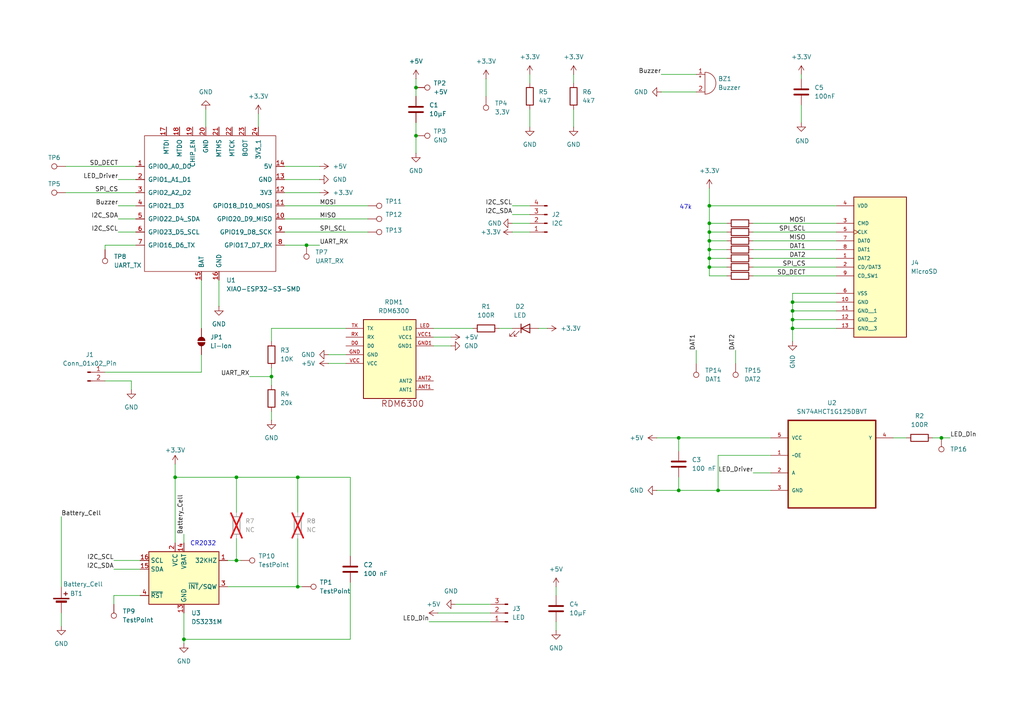
<source format=kicad_sch>
(kicad_sch (version 20250114) (generator "eeschema") (generator_version "9.0")
  (paper "A4")
  (lib_symbols
    (symbol "Connector:Conn_01x02_Pin" (pin_names (offset 1.016) (hide yes))
      (property "Reference" "J" (at 0 2.54 0))
      (property "Value" "Conn_01x02_Pin" (at 0 -5.08 0))
      (symbol "Conn_01x02_Pin_1_1"
        (rectangle (start 0.8636 0.127) (end 0 -0.127) (stroke (width 0.1524)) (fill (type outline)))
        (rectangle (start 0.8636 -2.413) (end 0 -2.667) (stroke (width 0.1524)) (fill (type outline)))
        (polyline (pts (xy 1.27 0) (xy 0.8636 0)) (stroke (width 0.1524)))
        (polyline (pts (xy 1.27 -2.54) (xy 0.8636 -2.54)) (stroke (width 0.1524)))
        (pin passive line (at 5.08 0 180) (length 3.81) (name "Pin_1") (number "1"))
        (pin passive line (at 5.08 -2.54 180) (length 3.81) (name "Pin_2") (number "2"))
      )
    )
    (symbol "Connector:Conn_01x03_Pin" (pin_names (offset 1.016) (hide yes))
      (property "Reference" "J" (at 0 5.08 0))
      (property "Value" "Conn_01x03_Pin" (at 0 -5.08 0))
      (symbol "Conn_01x03_Pin_1_1"
        (rectangle (start 0.8636 2.667) (end 0 2.413) (stroke (width 0.1524)) (fill (type outline)))
        (rectangle (start 0.8636 0.127) (end 0 -0.127) (stroke (width 0.1524)) (fill (type outline)))
        (rectangle (start 0.8636 -2.413) (end 0 -2.667) (stroke (width 0.1524)) (fill (type outline)))
        (polyline (pts (xy 1.27 2.54) (xy 0.8636 2.54)) (stroke (width 0.1524)))
        (polyline (pts (xy 1.27 0) (xy 0.8636 0)) (stroke (width 0.1524)))
        (polyline (pts (xy 1.27 -2.54) (xy 0.8636 -2.54)) (stroke (width 0.1524)))
        (pin passive line (at 5.08 2.54 180) (length 3.81) (name "Pin_1") (number "1"))
        (pin passive line (at 5.08 0 180) (length 3.81) (name "Pin_2") (number "2"))
        (pin passive line (at 5.08 -2.54 180) (length 3.81) (name "Pin_3") (number "3"))
      )
    )
    (symbol "Connector:Conn_01x04_Pin" (pin_names (offset 1.016) (hide yes))
      (property "Reference" "J" (at 0 5.08 0))
      (property "Value" "Conn_01x04_Pin" (at 0 -7.62 0))
      (symbol "Conn_01x04_Pin_1_1"
        (rectangle (start 0.8636 2.667) (end 0 2.413) (stroke (width 0.1524)) (fill (type outline)))
        (rectangle (start 0.8636 0.127) (end 0 -0.127) (stroke (width 0.1524)) (fill (type outline)))
        (rectangle (start 0.8636 -2.413) (end 0 -2.667) (stroke (width 0.1524)) (fill (type outline)))
        (rectangle (start 0.8636 -4.953) (end 0 -5.207) (stroke (width 0.1524)) (fill (type outline)))
        (polyline (pts (xy 1.27 2.54) (xy 0.8636 2.54)) (stroke (width 0.1524)))
        (polyline (pts (xy 1.27 0) (xy 0.8636 0)) (stroke (width 0.1524)))
        (polyline (pts (xy 1.27 -2.54) (xy 0.8636 -2.54)) (stroke (width 0.1524)))
        (polyline (pts (xy 1.27 -5.08) (xy 0.8636 -5.08)) (stroke (width 0.1524)))
        (pin passive line (at 5.08 2.54 180) (length 3.81) (name "Pin_1") (number "1"))
        (pin passive line (at 5.08 0 180) (length 3.81) (name "Pin_2") (number "2"))
        (pin passive line (at 5.08 -2.54 180) (length 3.81) (name "Pin_3") (number "3"))
        (pin passive line (at 5.08 -5.08 180) (length 3.81) (name "Pin_4") (number "4"))
      )
    )
    (symbol "Connector:TestPoint" (pin_numbers (hide yes)) (pin_names (offset 0.762) (hide yes))
      (property "Reference" "TP" (at 0 6.858 0))
      (property "Value" "TestPoint" (at 0 5.08 0))
      (symbol "TestPoint_0_1"
        (circle (center 0 3.302) (radius 0.762))
      )
      (symbol "TestPoint_1_1"
        (pin passive line (at 0 0 90) (length 2.54) (name "1") (number "1"))
      )
    )
    (symbol "Device:Battery_Cell" (pin_numbers (hide yes)) (pin_names (offset 0) (hide yes))
      (property "Reference" "BT" (at 2.54 2.54 0))
      (property "Value" "Battery_Cell" (at 2.54 0 0))
      (symbol "Battery_Cell_0_1"
        (rectangle (start -2.286 1.778) (end 2.286 1.524) (fill (type outline)))
        (rectangle (start -1.524 1.016) (end 1.524 0.508) (fill (type outline)))
        (polyline (pts (xy 0 1.778) (xy 0 2.54)))
        (polyline (pts (xy 0 0.762) (xy 0 0)))
        (polyline (pts (xy 0.762 3.048) (xy 1.778 3.048)) (stroke (width 0.254)))
        (polyline (pts (xy 1.27 3.556) (xy 1.27 2.54)) (stroke (width 0.254)))
      )
      (symbol "Battery_Cell_1_1"
        (pin passive line (at 0 5.08 270) (length 2.54) (name "+") (number "1"))
        (pin passive line (at 0 -2.54 90) (length 2.54) (name "-") (number "2"))
      )
    )
    (symbol "Device:Buzzer" (pin_names (offset 0.0254) (hide yes))
      (property "Reference" "BZ" (at 3.81 1.27 0))
      (property "Value" "Buzzer" (at 3.81 -1.27 0))
      (symbol "Buzzer_0_1"
        (polyline (pts (xy -1.651 1.905) (xy -1.143 1.905)))
        (polyline (pts (xy -1.397 2.159) (xy -1.397 1.651)))
        (arc (start 0 3.175) (mid 3.1612 0) (end 0 -3.175))
        (polyline (pts (xy 0 3.175) (xy 0 -3.175)))
      )
      (symbol "Buzzer_1_1"
        (pin passive line (at -2.54 2.54 0) (length 2.54) (name "+") (number "1"))
        (pin passive line (at -2.54 -2.54 0) (length 2.54) (name "-") (number "2"))
      )
    )
    (symbol "Device:C" (pin_numbers (hide yes)) (pin_names (offset 0.254))
      (property "Reference" "C" (at 0.635 2.54 0))
      (property "Value" "C" (at 0.635 -2.54 0))
      (symbol "C_0_1"
        (polyline (pts (xy -2.032 0.762) (xy 2.032 0.762)) (stroke (width 0.508)))
        (polyline (pts (xy -2.032 -0.762) (xy 2.032 -0.762)) (stroke (width 0.508)))
      )
      (symbol "C_1_1"
        (pin passive line (at 0 3.81 270) (length 2.794) (name "~") (number "1"))
        (pin passive line (at 0 -3.81 90) (length 2.794) (name "~") (number "2"))
      )
    )
    (symbol "Device:LED" (pin_numbers (hide yes)) (pin_names (offset 1.016) (hide yes))
      (property "Reference" "D" (at 0 2.54 0))
      (property "Value" "LED" (at 0 -2.54 0))
      (symbol "LED_0_1"
        (polyline (pts (xy -3.048 -0.762) (xy -4.572 -2.286) (xy -3.81 -2.286) (xy -4.572 -2.286) (xy -4.572 -1.524)))
        (polyline (pts (xy -1.778 -0.762) (xy -3.302 -2.286) (xy -2.54 -2.286) (xy -3.302 -2.286) (xy -3.302 -1.524)))
        (polyline (pts (xy -1.27 0) (xy 1.27 0)))
        (polyline (pts (xy -1.27 -1.27) (xy -1.27 1.27)) (stroke (width 0.254)))
        (polyline (pts (xy 1.27 -1.27) (xy 1.27 1.27) (xy -1.27 0) (xy 1.27 -1.27)) (stroke (width 0.254)))
      )
      (symbol "LED_1_1"
        (pin passive line (at -3.81 0 0) (length 2.54) (name "K") (number "1"))
        (pin passive line (at 3.81 0 180) (length 2.54) (name "A") (number "2"))
      )
    )
    (symbol "Device:R" (pin_numbers (hide yes)) (pin_names (offset 0))
      (property "Reference" "R" (at 2.032 0 90))
      (property "Value" "R" (at 0 0 90))
      (symbol "R_0_1"
        (rectangle (start -1.016 -2.54) (end 1.016 2.54) (stroke (width 0.254)))
      )
      (symbol "R_1_1"
        (pin passive line (at 0 3.81 270) (length 1.27) (name "~") (number "1"))
        (pin passive line (at 0 -3.81 90) (length 1.27) (name "~") (number "2"))
      )
    )
    (symbol "Jumper:SolderJumper_2_Open" (pin_numbers (hide yes)) (pin_names (offset 0) (hide yes)) (in_bom no)
      (property "Reference" "JP" (at 0 2.032 0))
      (property "Value" "SolderJumper_2_Open" (at 0 -2.54 0))
      (symbol "SolderJumper_2_Open_0_1"
        (polyline (pts (xy -0.254 1.016) (xy -0.254 -1.016)))
        (arc (start -0.254 -1.016) (mid -1.2656 0) (end -0.254 1.016))
        (arc (start -0.254 -1.016) (mid -1.2656 0) (end -0.254 1.016) (fill (type outline)))
        (arc (start 0.254 1.016) (mid 1.2656 0) (end 0.254 -1.016))
        (arc (start 0.254 1.016) (mid 1.2656 0) (end 0.254 -1.016) (fill (type outline)))
        (polyline (pts (xy 0.254 1.016) (xy 0.254 -1.016)))
      )
      (symbol "SolderJumper_2_Open_1_1"
        (pin passive line (at -3.81 0 0) (length 2.54) (name "A") (number "1"))
        (pin passive line (at 3.81 0 180) (length 2.54) (name "B") (number "2"))
      )
    )
    (symbol "RDM6300:RDM6300" (pin_names (offset 1.016))
      (property "Reference" "RDM6300" (at 0 0 0))
      (property "Value" "RDM6300" (at 0 0 0))
      (symbol "RDM6300_0_0"
        (rectangle (start -7.62 -10.16) (end 7.62 12.7) (stroke (width 0.254)) (fill (type background)))
        (text "RDM6300" (at -2.54 -12.7 0) (effects (font (size 1.778 1.778)) (justify left bottom)))
        (pin bidirectional line (at -12.7 10.16 0) (length 5.08) (name "TX") (number "TX"))
        (pin bidirectional line (at -12.7 7.62 0) (length 5.08) (name "RX") (number "RX"))
        (pin bidirectional line (at -12.7 5.08 0) (length 5.08) (name "D0") (number "D0"))
        (pin bidirectional line (at -12.7 2.54 0) (length 5.08) (name "GND") (number "GND"))
        (pin bidirectional line (at -12.7 0 0) (length 5.08) (name "VCC") (number "VCC"))
        (pin bidirectional line (at 12.7 10.16 180) (length 5.08) (name "LED") (number "LED"))
        (pin bidirectional line (at 12.7 7.62 180) (length 5.08) (name "VCC1") (number "VCC1"))
        (pin bidirectional line (at 12.7 5.08 180) (length 5.08) (name "GND1") (number "GND1"))
        (pin bidirectional line (at 12.7 -5.08 180) (length 5.08) (name "ANT2") (number "ANT2"))
        (pin bidirectional line (at 12.7 -7.62 180) (length 5.08) (name "ANT1") (number "ANT1"))
      )
    )
    (symbol "SN74AHCT1G125DBVT:SN74AHCT1G125DBVT" (pin_names (offset 1.016))
      (property "Reference" "U" (at -4.955 12.5527 0))
      (property "Value" "SN74AHCT1G125DBVT" (at -2.7954 -19.8475 0))
      (symbol "SN74AHCT1G125DBVT_0_0"
        (rectangle (start -12.7 -15.24) (end 12.7 10.16) (stroke (width 0.4064)) (fill (type background)))
        (pin power_in line (at -17.78 5.08 0) (length 5.08) (name "VCC") (number "5"))
        (pin input line (at -17.78 0 0) (length 5.08) (name "~OE") (number "1"))
        (pin input line (at -17.78 -5.08 0) (length 5.08) (name "A") (number "2"))
        (pin passive line (at -17.78 -10.16 0) (length 5.08) (name "GND") (number "3"))
        (pin output line (at 17.78 5.08 180) (length 5.08) (name "Y") (number "4"))
      )
    )
    (symbol "Seeed_Studio_XIAO_Series:XIAO-ESP32-C6-SMD" (pin_names (offset 1.016))
      (property "Reference" "U" (at -18.542 23.114 0))
      (property "Value" "XIAO-ESP32-S3-SMD" (at -8.382 21.336 0))
      (symbol "XIAO-ESP32-C6-SMD_0_1"
        (rectangle (start 19.05 -19.05) (end -19.05 20.32))
      )
      (symbol "XIAO-ESP32-C6-SMD_1_1"
        (pin passive line (at -21.59 11.43 0) (length 2.54) (name "GPIO0_A0_D0") (number "1"))
        (pin passive line (at -21.59 7.62 0) (length 2.54) (name "GPIO1_A1_D1") (number "2"))
        (pin passive line (at -21.59 3.81 0) (length 2.54) (name "GPIO2_A2_D2") (number "3"))
        (pin passive line (at -21.59 0 0) (length 2.54) (name "GPIO21_D3") (number "4"))
        (pin passive line (at -21.59 -3.81 0) (length 2.54) (name "GPIO22_D4_SDA") (number "5"))
        (pin passive line (at -21.59 -7.62 0) (length 2.54) (name "GPIO23_D5_SCL") (number "6"))
        (pin passive line (at -21.59 -11.43 0) (length 2.54) (name "GPIO16_D6_TX") (number "7"))
        (pin passive line (at -12.7 22.86 270) (length 2.54) (name "MTDI") (number "17"))
        (pin passive line (at -8.89 22.86 270) (length 2.54) (name "MTDO") (number "18"))
        (pin passive line (at -5.08 22.86 270) (length 2.54) (name "CHIP_EN") (number "19"))
        (pin passive line (at -2.54 -21.59 90) (length 2.54) (name "BAT") (number "15"))
        (pin passive line (at -1.27 22.86 270) (length 2.54) (name "GND") (number "20"))
        (pin passive line (at 2.54 22.86 270) (length 2.54) (name "MTMS") (number "21"))
        (pin passive line (at 2.54 -21.59 90) (length 2.54) (name "GND") (number "16"))
        (pin passive line (at 6.35 22.86 270) (length 2.54) (name "MTCK") (number "22"))
        (pin passive line (at 10.16 22.86 270) (length 2.54) (name "BOOT") (number "23"))
        (pin passive line (at 13.97 22.86 270) (length 2.54) (name "3V3_1") (number "24"))
        (pin passive line (at 21.59 11.43 180) (length 2.54) (name "5V") (number "14"))
        (pin passive line (at 21.59 7.62 180) (length 2.54) (name "GND") (number "13"))
        (pin passive line (at 21.59 3.81 180) (length 2.54) (name "3V3") (number "12"))
        (pin passive line (at 21.59 0 180) (length 2.54) (name "GPIO18_D10_MOSI") (number "11"))
        (pin passive line (at 21.59 -3.81 180) (length 2.54) (name "GPIO20_D9_MISO") (number "10"))
        (pin passive line (at 21.59 -7.62 180) (length 2.54) (name "GPIO19_D8_SCK") (number "9"))
        (pin passive line (at 21.59 -11.43 180) (length 2.54) (name "GPIO17_D7_RX") (number "8"))
      )
    )
    (symbol "Timer_RTC:DS3231M"
      (property "Reference" "U" (at -7.62 8.89 0))
      (property "Value" "DS3231M" (at 10.16 8.89 0))
      (symbol "DS3231M_0_1"
        (rectangle (start -10.16 7.62) (end 10.16 -7.62) (stroke (width 0.254)) (fill (type background)))
      )
      (symbol "DS3231M_1_1"
        (pin input line (at -12.7 5.08 0) (length 2.54) (name "SCL") (number "16"))
        (pin bidirectional line (at -12.7 2.54 0) (length 2.54) (name "SDA") (number "15"))
        (pin bidirectional line (at -12.7 -5.08 0) (length 2.54) (name "~{RST}") (number "4"))
        (pin power_in line (at -2.54 10.16 270) (length 2.54) (name "VCC") (number "2"))
        (pin power_in line (at 0 10.16 270) (length 2.54) (name "VBAT") (number "14"))
        (pin passive line (at 0 -10.16 90) (length 2.54) (hide yes) (name "GND") (number "10"))
        (pin passive line (at 0 -10.16 90) (length 2.54) (hide yes) (name "GND") (number "11"))
        (pin passive line (at 0 -10.16 90) (length 2.54) (hide yes) (name "GND") (number "12"))
        (pin power_in line (at 0 -10.16 90) (length 2.54) (name "GND") (number "13"))
        (pin passive line (at 0 -10.16 90) (length 2.54) (hide yes) (name "GND") (number "5"))
        (pin passive line (at 0 -10.16 90) (length 2.54) (hide yes) (name "GND") (number "6"))
        (pin passive line (at 0 -10.16 90) (length 2.54) (hide yes) (name "GND") (number "7"))
        (pin passive line (at 0 -10.16 90) (length 2.54) (hide yes) (name "GND") (number "8"))
        (pin passive line (at 0 -10.16 90) (length 2.54) (hide yes) (name "GND") (number "9"))
        (pin open_collector line (at 12.7 5.08 180) (length 2.54) (name "32KHZ") (number "1"))
        (pin open_collector line (at 12.7 -2.54 180) (length 2.54) (name "~{INT}/SQW") (number "3"))
      )
    )
    (symbol "microsd_card_wuert:693071020811" (pin_names (offset 1.016))
      (property "Reference" "J" (at -7.62 16.51 0))
      (property "Value" "693071020811" (at -7.62 -26.67 0))
      (symbol "693071020811_0_0"
        (rectangle (start -7.62 -25.4) (end 7.62 15.24) (stroke (width 0.254)) (fill (type background)))
        (pin power_in line (at -12.7 12.7 0) (length 5.08) (name "VDD") (number "4"))
        (pin bidirectional line (at -12.7 7.62 0) (length 5.08) (name "CMD") (number "3"))
        (pin bidirectional clock (at -12.7 5.08 0) (length 5.08) (name "CLK") (number "5"))
        (pin bidirectional line (at -12.7 2.54 0) (length 5.08) (name "DAT0") (number "7"))
        (pin bidirectional line (at -12.7 0 0) (length 5.08) (name "DAT1") (number "8"))
        (pin bidirectional line (at -12.7 -2.54 0) (length 5.08) (name "DAT2") (number "1"))
        (pin bidirectional line (at -12.7 -5.08 0) (length 5.08) (name "CD/DAT3") (number "2"))
        (pin bidirectional line (at -12.7 -7.62 0) (length 5.08) (name "CD_SW1") (number "9"))
        (pin power_in line (at -12.7 -12.7 0) (length 5.08) (name "VSS") (number "6"))
        (pin power_in line (at -12.7 -15.24 0) (length 5.08) (name "GND") (number "10"))
        (pin power_in line (at -12.7 -17.78 0) (length 5.08) (name "GND__1") (number "11"))
        (pin power_in line (at -12.7 -20.32 0) (length 5.08) (name "GND__2") (number "12"))
        (pin power_in line (at -12.7 -22.86 0) (length 5.08) (name "GND__3") (number "13"))
      )
    )
    (symbol "power:+3.3V" (power) (pin_numbers (hide yes)) (pin_names (offset 0) (hide yes))
      (property "Value" "+3.3V" (at 0 3.556 0))
      (symbol "+3.3V_0_1"
        (polyline (pts (xy -0.762 1.27) (xy 0 2.54)))
        (polyline (pts (xy 0 2.54) (xy 0.762 1.27)))
        (polyline (pts (xy 0 0) (xy 0 2.54)))
      )
      (symbol "+3.3V_1_1"
        (pin power_in line (at 0 0 90) (length 0) (name "~") (number "1"))
      )
    )
    (symbol "power:+5V" (power) (pin_numbers (hide yes)) (pin_names (offset 0) (hide yes))
      (property "Value" "+5V" (at 0 3.556 0))
      (symbol "+5V_0_1"
        (polyline (pts (xy -0.762 1.27) (xy 0 2.54)))
        (polyline (pts (xy 0 2.54) (xy 0.762 1.27)))
        (polyline (pts (xy 0 0) (xy 0 2.54)))
      )
      (symbol "+5V_1_1"
        (pin power_in line (at 0 0 90) (length 0) (name "~") (number "1"))
      )
    )
    (symbol "power:GND" (power) (pin_numbers (hide yes)) (pin_names (offset 0) (hide yes))
      (property "Value" "GND" (at 0 -3.81 0))
      (symbol "GND_0_1"
        (polyline (pts (xy 0 0) (xy 0 -1.27) (xy 1.27 -1.27) (xy 0 -2.54) (xy -1.27 -1.27) (xy 0 -1.27)))
      )
      (symbol "GND_1_1"
        (pin power_in line (at 0 0 270) (length 0) (name "~") (number "1"))
      )
    )
  )
  (text "CR2032" (at 58.928 157.734 0) (effects (font (size 1.27 1.27))))
  (text "47k" (at 198.882 60.198 0) (effects (font (size 1.27 1.27))))
  (junction (at 205.74 59.69))
  (junction (at 229.87 95.25))
  (junction (at 196.85 142.24))
  (junction (at 229.87 92.71))
  (junction (at 53.34 185.42))
  (junction (at 229.87 87.63))
  (junction (at 68.58 138.43))
  (junction (at 273.05 127))
  (junction (at 196.85 127))
  (junction (at 205.74 72.39))
  (junction (at 205.74 74.93))
  (junction (at 86.36 138.43))
  (junction (at 78.74 109.22))
  (junction (at 205.74 64.77))
  (junction (at 120.65 39.37))
  (junction (at 205.74 69.85))
  (junction (at 208.28 142.24))
  (junction (at 229.87 90.17))
  (junction (at 205.74 77.47))
  (junction (at 50.8 138.43))
  (junction (at 86.36 170.18))
  (junction (at 205.74 67.31))
  (junction (at 68.58 162.56))
  (junction (at 120.65 25.4))
  (junction (at 88.9 71.12))
  (wire (pts (xy 125.73 100.33) (xy 130.81 100.33)))
  (wire (pts (xy 213.36 101.6) (xy 213.36 105.41)))
  (wire (pts (xy 78.74 106.68) (xy 78.74 109.22)))
  (wire (pts (xy 82.55 55.88) (xy 92.71 55.88)))
  (wire (pts (xy 210.82 80.01) (xy 205.74 80.01)))
  (wire (pts (xy 196.85 127) (xy 223.52 127)))
  (wire (pts (xy 33.02 172.72) (xy 40.64 172.72)))
  (wire (pts (xy 205.74 74.93) (xy 210.82 74.93)))
  (wire (pts (xy 58.42 102.87) (xy 58.42 107.95)))
  (wire (pts (xy 39.37 71.12) (xy 30.48 71.12)))
  (wire (pts (xy 273.05 127) (xy 275.59 127)))
  (wire (pts (xy 205.74 74.93) (xy 205.74 72.39)))
  (wire (pts (xy 153.67 21.59) (xy 153.67 24.13)))
  (wire (pts (xy 242.57 85.09) (xy 229.87 85.09)))
  (wire (pts (xy 88.9 71.12) (xy 92.71 71.12)))
  (wire (pts (xy 229.87 95.25) (xy 242.57 95.25)))
  (wire (pts (xy 166.37 21.59) (xy 166.37 24.13)))
  (wire (pts (xy 101.6 168.91) (xy 101.6 185.42)))
  (wire (pts (xy 210.82 67.31) (xy 205.74 67.31)))
  (wire (pts (xy 82.55 71.12) (xy 88.9 71.12)))
  (wire (pts (xy 30.48 71.12) (xy 30.48 72.39)))
  (wire (pts (xy 72.39 109.22) (xy 78.74 109.22)))
  (wire (pts (xy 229.87 95.25) (xy 229.87 99.06)))
  (wire (pts (xy 86.36 138.43) (xy 86.36 148.59)))
  (wire (pts (xy 196.85 142.24) (xy 208.28 142.24)))
  (wire (pts (xy 205.74 69.85) (xy 205.74 67.31)))
  (wire (pts (xy 205.74 72.39) (xy 205.74 69.85)))
  (wire (pts (xy 148.59 59.69) (xy 153.67 59.69)))
  (wire (pts (xy 270.51 127) (xy 273.05 127)))
  (wire (pts (xy 229.87 87.63) (xy 242.57 87.63)))
  (wire (pts (xy 59.69 31.75) (xy 59.69 36.83)))
  (wire (pts (xy 82.55 67.31) (xy 106.68 67.31)))
  (wire (pts (xy 205.74 77.47) (xy 210.82 77.47)))
  (wire (pts (xy 232.41 21.59) (xy 232.41 22.86)))
  (wire (pts (xy 120.65 22.86) (xy 120.65 25.4)))
  (wire (pts (xy 17.78 170.18) (xy 17.78 149.86)))
  (wire (pts (xy 210.82 69.85) (xy 205.74 69.85)))
  (wire (pts (xy 229.87 85.09) (xy 229.87 87.63)))
  (wire (pts (xy 140.97 22.86) (xy 140.97 27.94)))
  (wire (pts (xy 156.21 95.25) (xy 158.75 95.25)))
  (wire (pts (xy 53.34 185.42) (xy 53.34 186.69)))
  (wire (pts (xy 205.74 77.47) (xy 205.74 74.93)))
  (wire (pts (xy 229.87 90.17) (xy 242.57 90.17)))
  (wire (pts (xy 86.36 156.21) (xy 86.36 170.18)))
  (wire (pts (xy 68.58 138.43) (xy 86.36 138.43)))
  (wire (pts (xy 232.41 30.48) (xy 232.41 35.56)))
  (wire (pts (xy 218.44 74.93) (xy 242.57 74.93)))
  (wire (pts (xy 68.58 138.43) (xy 68.58 148.59)))
  (wire (pts (xy 86.36 170.18) (xy 87.63 170.18)))
  (wire (pts (xy 166.37 31.75) (xy 166.37 36.83)))
  (wire (pts (xy 95.25 105.41) (xy 100.33 105.41)))
  (wire (pts (xy 153.67 31.75) (xy 153.67 36.83)))
  (wire (pts (xy 205.74 72.39) (xy 210.82 72.39)))
  (wire (pts (xy 17.78 177.8) (xy 17.78 181.61)))
  (wire (pts (xy 205.74 64.77) (xy 205.74 59.69)))
  (wire (pts (xy 208.28 132.08) (xy 208.28 142.24)))
  (wire (pts (xy 196.85 127) (xy 196.85 130.81)))
  (wire (pts (xy 161.29 180.34) (xy 161.29 182.88)))
  (wire (pts (xy 101.6 185.42) (xy 53.34 185.42)))
  (wire (pts (xy 74.93 33.02) (xy 74.93 36.83)))
  (wire (pts (xy 78.74 95.25) (xy 78.74 99.06)))
  (wire (pts (xy 191.77 21.59) (xy 201.93 21.59)))
  (wire (pts (xy 58.42 81.28) (xy 58.42 95.25)))
  (wire (pts (xy 218.44 64.77) (xy 242.57 64.77)))
  (wire (pts (xy 50.8 138.43) (xy 50.8 157.48)))
  (wire (pts (xy 19.05 55.88) (xy 39.37 55.88)))
  (wire (pts (xy 127 177.8) (xy 142.24 177.8)))
  (wire (pts (xy 68.58 162.56) (xy 69.85 162.56)))
  (wire (pts (xy 218.44 137.16) (xy 223.52 137.16)))
  (wire (pts (xy 120.65 25.4) (xy 120.65 27.94)))
  (wire (pts (xy 218.44 67.31) (xy 242.57 67.31)))
  (wire (pts (xy 34.29 59.69) (xy 39.37 59.69)))
  (wire (pts (xy 144.78 95.25) (xy 148.59 95.25)))
  (wire (pts (xy 205.74 59.69) (xy 242.57 59.69)))
  (wire (pts (xy 210.82 64.77) (xy 205.74 64.77)))
  (wire (pts (xy 229.87 90.17) (xy 229.87 92.71)))
  (wire (pts (xy 161.29 170.18) (xy 161.29 172.72)))
  (wire (pts (xy 95.25 102.87) (xy 100.33 102.87)))
  (wire (pts (xy 82.55 48.26) (xy 92.71 48.26)))
  (wire (pts (xy 53.34 177.8) (xy 53.34 185.42)))
  (wire (pts (xy 53.34 154.94) (xy 53.34 157.48)))
  (wire (pts (xy 101.6 138.43) (xy 101.6 161.29)))
  (wire (pts (xy 205.74 54.61) (xy 205.74 59.69)))
  (wire (pts (xy 120.65 35.56) (xy 120.65 39.37)))
  (wire (pts (xy 148.59 62.23) (xy 153.67 62.23)))
  (wire (pts (xy 196.85 138.43) (xy 196.85 142.24)))
  (wire (pts (xy 190.5 142.24) (xy 196.85 142.24)))
  (wire (pts (xy 218.44 72.39) (xy 242.57 72.39)))
  (wire (pts (xy 101.6 138.43) (xy 86.36 138.43)))
  (wire (pts (xy 259.08 127) (xy 262.89 127)))
  (wire (pts (xy 125.73 97.79) (xy 130.81 97.79)))
  (wire (pts (xy 190.5 127) (xy 196.85 127)))
  (wire (pts (xy 205.74 80.01) (xy 205.74 77.47)))
  (wire (pts (xy 78.74 109.22) (xy 78.74 111.76)))
  (wire (pts (xy 125.73 95.25) (xy 137.16 95.25)))
  (wire (pts (xy 50.8 134.62) (xy 50.8 138.43)))
  (wire (pts (xy 124.46 180.34) (xy 142.24 180.34)))
  (wire (pts (xy 218.44 69.85) (xy 242.57 69.85)))
  (wire (pts (xy 201.93 101.6) (xy 201.93 105.41)))
  (wire (pts (xy 218.44 80.01) (xy 242.57 80.01)))
  (wire (pts (xy 82.55 52.07) (xy 92.71 52.07)))
  (wire (pts (xy 34.29 67.31) (xy 39.37 67.31)))
  (wire (pts (xy 30.48 110.49) (xy 38.1 110.49)))
  (wire (pts (xy 223.52 132.08) (xy 208.28 132.08)))
  (wire (pts (xy 34.29 63.5) (xy 39.37 63.5)))
  (wire (pts (xy 82.55 59.69) (xy 106.68 59.69)))
  (wire (pts (xy 132.08 175.26) (xy 142.24 175.26)))
  (wire (pts (xy 33.02 175.26) (xy 33.02 172.72)))
  (wire (pts (xy 66.04 162.56) (xy 68.58 162.56)))
  (wire (pts (xy 19.05 48.26) (xy 39.37 48.26)))
  (wire (pts (xy 229.87 92.71) (xy 229.87 95.25)))
  (wire (pts (xy 148.59 67.31) (xy 153.67 67.31)))
  (wire (pts (xy 148.59 64.77) (xy 153.67 64.77)))
  (wire (pts (xy 218.44 77.47) (xy 242.57 77.47)))
  (wire (pts (xy 66.04 170.18) (xy 86.36 170.18)))
  (wire (pts (xy 63.5 81.28) (xy 63.5 88.9)))
  (wire (pts (xy 34.29 52.07) (xy 39.37 52.07)))
  (wire (pts (xy 33.02 165.1) (xy 40.64 165.1)))
  (wire (pts (xy 120.65 39.37) (xy 120.65 44.45)))
  (wire (pts (xy 50.8 138.43) (xy 68.58 138.43)))
  (wire (pts (xy 78.74 95.25) (xy 100.33 95.25)))
  (wire (pts (xy 30.48 107.95) (xy 58.42 107.95)))
  (wire (pts (xy 82.55 63.5) (xy 106.68 63.5)))
  (wire (pts (xy 33.02 162.56) (xy 40.64 162.56)))
  (wire (pts (xy 38.1 110.49) (xy 38.1 113.03)))
  (wire (pts (xy 78.74 119.38) (xy 78.74 121.92)))
  (wire (pts (xy 229.87 87.63) (xy 229.87 90.17)))
  (wire (pts (xy 208.28 142.24) (xy 223.52 142.24)))
  (wire (pts (xy 68.58 156.21) (xy 68.58 162.56)))
  (wire (pts (xy 205.74 67.31) (xy 205.74 64.77)))
  (wire (pts (xy 229.87 92.71) (xy 242.57 92.71)))
  (wire (pts (xy 191.77 26.67) (xy 201.93 26.67)))
  (label "Buzzer" (at 34.29 59.69 180))
  (label "SPI_SCL" (at 92.71 67.31 0))
  (label "I2C_SCL" (at 33.02 162.56 180))
  (label "UART_RX" (at 92.71 71.12 0))
  (label "LED_Driver" (at 34.29 52.07 180))
  (label "SD_DECT" (at 233.68 80.01 180))
  (label "DAT2" (at 213.36 101.6 90))
  (label "LED_Driver" (at 218.44 137.16 180))
  (label "LED_Din" (at 275.59 127 0))
  (label "I2C_SDA" (at 148.59 62.23 180))
  (label "I2C_SCL" (at 148.59 59.69 180))
  (label "Battery_Cell" (at 17.78 149.86 0))
  (label "SPI_SCL" (at 233.68 67.31 180))
  (label "Buzzer" (at 191.77 21.59 180))
  (label "MISO" (at 233.68 69.85 180))
  (label "MISO" (at 92.71 63.5 0))
  (label "I2C_SCL" (at 34.29 67.31 180))
  (label "SPI_CS" (at 34.29 55.88 180))
  (label "MOSI" (at 92.71 59.69 0))
  (label "UART_RX" (at 72.39 109.22 180))
  (label "DAT1" (at 201.93 101.6 90))
  (label "SPI_CS" (at 233.68 77.47 180))
  (label "SD_DECT" (at 34.29 48.26 180))
  (label "I2C_SDA" (at 33.02 165.1 180))
  (label "LED_Din" (at 124.46 180.34 180))
  (label "MOSI" (at 233.68 64.77 180))
  (label "DAT1" (at 233.68 72.39 180))
  (label "Battery_Cell" (at 53.34 154.94 90))
  (label "I2C_SDA" (at 34.29 63.5 180))
  (label "DAT2" (at 233.68 74.93 180))
  (symbol (lib_id "power:+5V") (at 120.65 22.86 0) (unit 1)
    (property "Reference" "#PWR017" (effects (hide yes)))
    (property "Value" "+5V" (at 120.65 17.78 0))
    (property "Description" "Power symbol creates a global label with name \"+5V\"" (effects (hide yes)))
  )
  (symbol (lib_id "power:GND") (at 78.74 121.92 0) (unit 1)
    (property "Reference" "#PWR09" (effects (hide yes)))
    (property "Value" "GND" (at 78.74 127 0))
    (property "Description" "Power symbol creates a global label with name \"GND\" , ground" (effects (hide yes)))
  )
  (symbol (lib_id "Connector:TestPoint") (at 88.9 71.12 180) (unit 1)
    (property "Reference" "TP7" (at 91.44 73.1519 0) (effects (justify right)))
    (property "Value" "UART_RX" (at 91.44 75.6919 0) (effects (justify right)))
    (property "Footprint" "TestPoint:TestPoint_Pad_D1.5mm" (effects (hide yes)))
    (property "Description" "test point" (effects (hide yes)))
  )
  (symbol (lib_id "power:GND") (at 59.69 31.75 180) (unit 1)
    (property "Reference" "#PWR037" (effects (hide yes)))
    (property "Value" "GND" (at 59.69 26.67 0))
    (property "Description" "Power symbol creates a global label with name \"GND\" , ground" (effects (hide yes)))
  )
  (symbol (lib_id "Device:R") (at 78.74 102.87 0) (unit 1)
    (property "Reference" "R3" (at 81.28 101.5999 0) (effects (justify left)))
    (property "Value" "10K" (at 81.28 104.1399 0) (effects (justify left)))
    (property "Footprint" "Resistor_SMD:R_0603_1608Metric_Pad0.98x0.95mm_HandSolder" (effects (hide yes)))
    (property "Description" "Resistor" (effects (hide yes)))
  )
  (symbol (lib_id "Connector:Conn_01x03_Pin") (at 147.32 177.8 180) (unit 1)
    (property "Reference" "J3" (at 148.59 176.5299 0) (effects (justify right)))
    (property "Value" "LED" (at 148.59 179.0699 0) (effects (justify right)))
    (property "Footprint" "Connector_PinSocket_2.00mm:PinSocket_1x03_P2.00mm_Vertical" (effects (hide yes)))
    (property "Description" "Generic connector, single row, 01x03, script generated" (effects (hide yes)))
  )
  (symbol (lib_id "power:+5V") (at 127 177.8 90) (unit 1)
    (property "Reference" "#PWR020" (effects (hide yes)))
    (property "Value" "+5V" (at 125.73 175.26 90))
    (property "Description" "Power symbol creates a global label with name \"+5V\"" (effects (hide yes)))
  )
  (symbol (lib_id "power:+3.3V") (at 158.75 95.25 270) (unit 1)
    (property "Reference" "#PWR015" (effects (hide yes)))
    (property "Value" "+3.3V" (at 162.56 95.2499 90) (effects (justify left)))
    (property "Description" "Power symbol creates a global label with name \"+3.3V\"" (effects (hide yes)))
  )
  (symbol (lib_id "Device:Battery_Cell") (at 17.78 175.26 0) (unit 1)
    (property "Reference" "BT1" (at 20.32 172.1484 0) (effects (justify left)))
    (property "Value" "Battery_Cell" (at 18.288 169.418 0) (effects (justify left)))
    (property "Footprint" "Battery:Battery_Panasonic_CR2032-HFN_Horizontal_CircularHoles" (effects (hide yes)))
    (property "Description" "Single-cell battery" (effects (hide yes)))
  )
  (symbol (lib_id "Connector:TestPoint") (at 273.05 127 180) (unit 1)
    (property "Reference" "TP16" (at 275.59 130.3019 0) (effects (justify right)))
    (property "Value" "LED_Din" (effects (hide yes)))
    (property "Footprint" "TestPoint:TestPoint_Pad_D1.5mm" (effects (hide yes)))
    (property "Description" "test point" (effects (hide yes)))
  )
  (symbol (lib_id "Connector:TestPoint") (at 19.05 55.88 90) (unit 1)
    (property "Reference" "TP5" (at 15.748 53.34 90))
    (property "Value" "CS" (effects (hide yes)))
    (property "Footprint" "TestPoint:TestPoint_Pad_D1.5mm" (effects (hide yes)))
    (property "Description" "test point" (effects (hide yes)))
  )
  (symbol (lib_id "Device:C") (at 161.29 176.53 180) (unit 1)
    (property "Reference" "C4" (at 165.1 175.2599 0) (effects (justify right)))
    (property "Value" "10µF" (at 165.1 177.7999 0) (effects (justify right)))
    (property "Footprint" "Capacitor_SMD:C_0603_1608Metric" (effects (hide yes)))
    (property "Description" "Unpolarized capacitor" (effects (hide yes)))
  )
  (symbol (lib_id "power:+3.3V") (at 205.74 54.61 0) (unit 1)
    (property "Reference" "#PWR036" (effects (hide yes)))
    (property "Value" "+3.3V" (at 205.74 49.53 0))
    (property "Description" "Power symbol creates a global label with name \"+3.3V\"" (effects (hide yes)))
  )
  (symbol (lib_id "power:+3.3V") (at 140.97 22.86 0) (unit 1)
    (property "Reference" "#PWR019" (effects (hide yes)))
    (property "Value" "+3.3V" (at 140.97 17.78 0))
    (property "Description" "Power symbol creates a global label with name \"+3.3V\"" (effects (hide yes)))
  )
  (symbol (lib_id "Device:R") (at 68.58 152.4 0) (unit 1) (dnp yes)
    (property "Reference" "R7" (at 71.12 151.1299 0) (effects (justify left)))
    (property "Value" "NC" (at 71.12 153.6699 0) (effects (justify left)))
    (property "Footprint" "Resistor_SMD:R_0603_1608Metric_Pad0.98x0.95mm_HandSolder" (effects (hide yes)))
    (property "Description" "Resistor" (effects (hide yes)))
  )
  (symbol (lib_id "power:+3.3V") (at 92.71 55.88 270) (unit 1)
    (property "Reference" "#PWR03" (effects (hide yes)))
    (property "Value" "+3.3V" (at 96.52 55.8799 90) (effects (justify left)))
    (property "Description" "Power symbol creates a global label with name \"+3.3V\"" (effects (hide yes)))
  )
  (symbol (lib_id "Device:R") (at 214.63 77.47 90) (unit 1)
    (property "Reference" "R9" (effects (hide yes)))
    (property "Value" "47k" (effects (hide yes)))
    (property "Footprint" "Resistor_SMD:R_0603_1608Metric_Pad0.98x0.95mm_HandSolder" (effects (hide yes)))
    (property "Description" "Resistor" (effects (hide yes)))
  )
  (symbol (lib_id "Device:R") (at 214.63 67.31 90) (unit 1)
    (property "Reference" "R13" (effects (hide yes)))
    (property "Value" "47k" (effects (hide yes)))
    (property "Footprint" "Resistor_SMD:R_0603_1608Metric_Pad0.98x0.95mm_HandSolder" (effects (hide yes)))
    (property "Description" "Resistor" (effects (hide yes)))
  )
  (symbol (lib_id "power:GND") (at 166.37 36.83 0) (unit 1)
    (property "Reference" "#PWR029" (effects (hide yes)))
    (property "Value" "GND" (at 166.37 41.91 0))
    (property "Description" "Power symbol creates a global label with name \"GND\" , ground" (effects (hide yes)))
  )
  (symbol (lib_id "power:GND") (at 92.71 52.07 90) (unit 1)
    (property "Reference" "#PWR02" (effects (hide yes)))
    (property "Value" "GND" (at 96.52 52.0699 90) (effects (justify right)))
    (property "Description" "Power symbol creates a global label with name \"GND\" , ground" (effects (hide yes)))
  )
  (symbol (lib_id "power:+5V") (at 161.29 170.18 0) (unit 1)
    (property "Reference" "#PWR024" (effects (hide yes)))
    (property "Value" "+5V" (at 161.29 165.1 0))
    (property "Description" "Power symbol creates a global label with name \"+5V\"" (effects (hide yes)))
  )
  (symbol (lib_id "power:GND") (at 229.87 99.06 0) (unit 1)
    (property "Reference" "#PWR07" (effects (hide yes)))
    (property "Value" "GND" (at 229.8701 102.87 90) (effects (justify right)))
    (property "Description" "Power symbol creates a global label with name \"GND\" , ground" (effects (hide yes)))
  )
  (symbol (lib_id "power:GND") (at 120.65 44.45 0) (unit 1)
    (property "Reference" "#PWR018" (effects (hide yes)))
    (property "Value" "GND" (at 120.65 49.53 0))
    (property "Description" "Power symbol creates a global label with name \"GND\" , ground" (effects (hide yes)))
  )
  (symbol (lib_id "power:+5V") (at 190.5 127 90) (unit 1)
    (property "Reference" "#PWR011" (effects (hide yes)))
    (property "Value" "+5V" (at 186.69 126.9999 90) (effects (justify left)))
    (property "Description" "Power symbol creates a global label with name \"+5V\"" (effects (hide yes)))
  )
  (symbol (lib_id "power:+5V") (at 92.71 48.26 270) (unit 1)
    (property "Reference" "#PWR01" (effects (hide yes)))
    (property "Value" "+5V" (at 96.52 48.2599 90) (effects (justify left)))
    (property "Description" "Power symbol creates a global label with name \"+5V\"" (effects (hide yes)))
  )
  (symbol (lib_id "power:+5V") (at 95.25 105.41 90) (unit 1)
    (property "Reference" "#PWR04" (effects (hide yes)))
    (property "Value" "+5V" (at 91.44 105.4099 90) (effects (justify left)))
    (property "Description" "Power symbol creates a global label with name \"+5V\"" (effects (hide yes)))
  )
  (symbol (lib_id "power:GND") (at 95.25 102.87 270) (unit 1)
    (property "Reference" "#PWR05" (effects (hide yes)))
    (property "Value" "GND" (at 91.44 102.8699 90) (effects (justify right)))
    (property "Description" "Power symbol creates a global label with name \"GND\" , ground" (effects (hide yes)))
  )
  (symbol (lib_id "Device:R") (at 266.7 127 90) (unit 1)
    (property "Reference" "R2" (at 266.7 120.65 90))
    (property "Value" "100R" (at 266.7 123.19 90))
    (property "Footprint" "Resistor_SMD:R_0603_1608Metric_Pad0.98x0.95mm_HandSolder" (effects (hide yes)))
    (property "Description" "Resistor" (effects (hide yes)))
  )
  (symbol (lib_id "power:+3.3V") (at 74.93 33.02 0) (unit 1)
    (property "Reference" "#PWR033" (effects (hide yes)))
    (property "Value" "+3.3V" (at 74.93 27.94 0))
    (property "Description" "Power symbol creates a global label with name \"+3.3V\"" (effects (hide yes)))
  )
  (symbol (lib_id "power:GND") (at 191.77 26.67 270) (unit 1)
    (property "Reference" "#PWR014" (effects (hide yes)))
    (property "Value" "GND" (at 187.96 26.6699 90) (effects (justify right)))
    (property "Description" "Power symbol creates a global label with name \"GND\" , ground" (effects (hide yes)))
  )
  (symbol (lib_id "Device:C") (at 120.65 31.75 180) (unit 1)
    (property "Reference" "C1" (at 124.46 30.4799 0) (effects (justify right)))
    (property "Value" "10µF" (at 124.46 33.0199 0) (effects (justify right)))
    (property "Footprint" "Capacitor_SMD:C_0603_1608Metric" (effects (hide yes)))
    (property "Description" "Unpolarized capacitor" (effects (hide yes)))
  )
  (symbol (lib_id "Jumper:SolderJumper_2_Open") (at 58.42 99.06 270) (unit 1) (in_bom no)
    (property "Reference" "JP1" (at 60.96 97.7899 90) (effects (justify left)))
    (property "Value" "Li-Ion" (at 60.96 100.3299 90) (effects (justify left)))
    (property "Footprint" "Jumper:SolderJumper-2_P1.3mm_Open_TrianglePad1.0x1.5mm" (effects (hide yes)))
    (property "Description" "Solder Jumper, 2-pole, open" (effects (hide yes)))
  )
  (symbol (lib_id "Connector:TestPoint") (at 120.65 39.37 270) (unit 1)
    (property "Reference" "TP3" (at 125.73 38.0999 90) (effects (justify left)))
    (property "Value" "GND" (at 125.73 40.6399 90) (effects (justify left)))
    (property "Footprint" "TestPoint:TestPoint_Pad_D1.5mm" (effects (hide yes)))
    (property "Description" "test point" (effects (hide yes)))
  )
  (symbol (lib_id "Connector:TestPoint") (at 201.93 105.41 180) (unit 1)
    (property "Reference" "TP14" (at 204.47 107.4419 0) (effects (justify right)))
    (property "Value" "DAT1" (at 204.47 109.9819 0) (effects (justify right)))
    (property "Footprint" "TestPoint:TestPoint_Pad_D1.5mm" (effects (hide yes)))
    (property "Description" "test point" (effects (hide yes)))
  )
  (symbol (lib_id "Connector:Conn_01x04_Pin") (at 158.75 64.77 180) (unit 1)
    (property "Reference" "J2" (at 160.02 62.2299 0) (effects (justify right)))
    (property "Value" "I2C" (at 160.02 64.7699 0) (effects (justify right)))
    (property "Footprint" "Connector_PinHeader_2.54mm:PinHeader_1x04_P2.54mm_Vertical" (effects (hide yes)))
    (property "Description" "Generic connector, single row, 01x04, script generated" (effects (hide yes)))
  )
  (symbol (lib_id "Device:LED") (at 152.4 95.25 0) (unit 1)
    (property "Reference" "D2" (at 150.8125 88.9 0))
    (property "Value" "LED" (at 150.8125 91.44 0))
    (property "Footprint" "LED_SMD:LED_0603_1608Metric" (effects (hide yes)))
    (property "Description" "Light emitting diode" (effects (hide yes)))
    (property "Sim.Pins" "1=K 2=A" (effects (hide yes)))
  )
  (symbol (lib_id "Device:R") (at 214.63 64.77 90) (unit 1)
    (property "Reference" "R14" (effects (hide yes)))
    (property "Value" "47k" (effects (hide yes)))
    (property "Footprint" "Resistor_SMD:R_0603_1608Metric_Pad0.98x0.95mm_HandSolder" (effects (hide yes)))
    (property "Description" "Resistor" (effects (hide yes)))
  )
  (symbol (lib_id "Connector:TestPoint") (at 19.05 48.26 90) (unit 1)
    (property "Reference" "TP6" (at 15.748 45.72 90))
    (property "Value" "SD_DECT" (effects (hide yes)))
    (property "Footprint" "TestPoint:TestPoint_Pad_D1.5mm" (effects (hide yes)))
    (property "Description" "test point" (effects (hide yes)))
  )
  (symbol (lib_id "SN74AHCT1G125DBVT:SN74AHCT1G125DBVT") (at 241.3 132.08 0) (unit 1)
    (property "Reference" "U2" (at 241.3 116.84 0))
    (property "Value" "SN74AHCT1G125DBVT" (at 241.3 119.38 0))
    (property "Footprint" "footprints:SOT95P280X145-5N" (effects (hide yes)))
    (property "MF" "Texas Instruments" (effects (hide yes)))
    (property "Description_1" "Buffer, Non-Inverting 1 Element 1 Bit per Element 3-State Output SOT-23-5" (effects (hide yes)))
    (property "PACKAGE" "SOT-23-5" (effects (hide yes)))
    (property "MPN" "SN74AHCT1G125DBVT" (effects (hide yes)))
    (property "Price" "None" (effects (hide yes)))
    (property "Package" "SOT-23 Texas Instruments" (effects (hide yes)))
    (property "OC_FARNELL" "1739631" (effects (hide yes)))
    (property "SnapEDA_Link" "https://www.snapeda.com/parts/SN74AHCT1G125DBV/Texas+Instruments/view-part/?ref=snap" (effects (hide yes)))
    (property "MP" "SN74AHCT1G125DBV" (effects (hide yes)))
    (property "SUPPLIER" "Texas Instruments" (effects (hide yes)))
    (property "OC_NEWARK" "22H0195" (effects (hide yes)))
    (property "Availability" "Not in stock" (effects (hide yes)))
    (property "Check_prices" "https://www.snapeda.com/parts/SN74AHCT1G125DBV/Texas+Instruments/view-part/?ref=eda" (effects (hide yes)))
  )
  (symbol (lib_id "power:+3.3V") (at 50.8 134.62 0) (unit 1)
    (property "Reference" "#PWR013" (effects (hide yes)))
    (property "Value" "+3.3V" (at 50.8 130.556 0))
    (property "Description" "Power symbol creates a global label with name \"+3.3V\"" (effects (hide yes)))
  )
  (symbol (lib_id "power:+3.3V") (at 153.67 21.59 0) (unit 1)
    (property "Reference" "#PWR026" (effects (hide yes)))
    (property "Value" "+3.3V" (at 153.67 16.51 0))
    (property "Description" "Power symbol creates a global label with name \"+3.3V\"" (effects (hide yes)))
  )
  (symbol (lib_id "Device:R") (at 214.63 80.01 90) (unit 1)
    (property "Reference" "R11" (effects (hide yes)))
    (property "Value" "47k" (effects (hide yes)))
    (property "Footprint" "Resistor_SMD:R_0603_1608Metric_Pad0.98x0.95mm_HandSolder" (effects (hide yes)))
    (property "Description" "Resistor" (effects (hide yes)))
  )
  (symbol (lib_id "Seeed_Studio_XIAO_Series:XIAO-ESP32-C6-SMD") (at 60.96 59.69 0) (unit 1)
    (property "Reference" "U1" (at 65.6433 81.28 0) (effects (justify left)))
    (property "Value" "XIAO-ESP32-S3-SMD" (at 65.6433 83.82 0) (effects (justify left)))
    (property "Footprint" "Seeed Studio XIAO Series Library:XIAO-ESP32C6-SMD" (effects (hide yes)))
  )
  (symbol (lib_id "Device:C") (at 232.41 26.67 180) (unit 1)
    (property "Reference" "C5" (at 236.22 25.3999 0) (effects (justify right)))
    (property "Value" "100nF" (at 236.22 27.9399 0) (effects (justify right)))
    (property "Footprint" "Capacitor_SMD:C_0603_1608Metric" (effects (hide yes)))
    (property "Description" "Unpolarized capacitor" (effects (hide yes)))
  )
  (symbol (lib_id "Connector:TestPoint") (at 213.36 105.41 180) (unit 1)
    (property "Reference" "TP15" (at 215.9 107.4419 0) (effects (justify right)))
    (property "Value" "DAT2" (at 215.9 109.9819 0) (effects (justify right)))
    (property "Footprint" "TestPoint:TestPoint_Pad_D1.5mm" (effects (hide yes)))
    (property "Description" "test point" (effects (hide yes)))
  )
  (symbol (lib_id "power:GND") (at 38.1 113.03 0) (unit 1)
    (property "Reference" "#PWR038" (effects (hide yes)))
    (property "Value" "GND" (at 38.1 118.11 0))
    (property "Description" "Power symbol creates a global label with name \"GND\" , ground" (effects (hide yes)))
  )
  (symbol (lib_id "power:GND") (at 153.67 36.83 0) (unit 1)
    (property "Reference" "#PWR028" (effects (hide yes)))
    (property "Value" "GND" (at 153.67 41.91 0))
    (property "Description" "Power symbol creates a global label with name \"GND\" , ground" (effects (hide yes)))
  )
  (symbol (lib_id "Connector:TestPoint") (at 69.85 162.56 270) (unit 1)
    (property "Reference" "TP10" (at 74.93 161.2899 90) (effects (justify left)))
    (property "Value" "TestPoint" (at 74.93 163.8299 90) (effects (justify left)))
    (property "Footprint" "TestPoint:TestPoint_Pad_D1.5mm" (effects (hide yes)))
    (property "Description" "test point" (effects (hide yes)))
  )
  (symbol (lib_id "Connector:TestPoint") (at 87.63 170.18 270) (unit 1)
    (property "Reference" "TP1" (at 92.71 168.9099 90) (effects (justify left)))
    (property "Value" "TestPoint" (at 92.71 171.4499 90) (effects (justify left)))
    (property "Footprint" "TestPoint:TestPoint_Pad_D1.5mm" (effects (hide yes)))
    (property "Description" "test point" (effects (hide yes)))
  )
  (symbol (lib_id "Device:R") (at 78.74 115.57 0) (unit 1)
    (property "Reference" "R4" (at 81.28 114.2999 0) (effects (justify left)))
    (property "Value" "20k" (at 81.28 116.8399 0) (effects (justify left)))
    (property "Footprint" "Resistor_SMD:R_0603_1608Metric_Pad0.98x0.95mm_HandSolder" (effects (hide yes)))
    (property "Description" "Resistor" (effects (hide yes)))
  )
  (symbol (lib_id "Device:R") (at 214.63 69.85 90) (unit 1)
    (property "Reference" "R12" (effects (hide yes)))
    (property "Value" "47k" (effects (hide yes)))
    (property "Footprint" "Resistor_SMD:R_0603_1608Metric_Pad0.98x0.95mm_HandSolder" (effects (hide yes)))
    (property "Description" "Resistor" (effects (hide yes)))
  )
  (symbol (lib_id "Device:R") (at 153.67 27.94 0) (unit 1)
    (property "Reference" "R5" (at 156.21 26.6699 0) (effects (justify left)))
    (property "Value" "4k7" (at 156.21 29.2099 0) (effects (justify left)))
    (property "Footprint" "Resistor_SMD:R_0603_1608Metric_Pad0.98x0.95mm_HandSolder" (effects (hide yes)))
    (property "Description" "Resistor" (effects (hide yes)))
  )
  (symbol (lib_id "microsd_card_wuert:693071020811") (at 255.27 72.39 0) (unit 1)
    (property "Reference" "J4" (at 264.16 76.1999 0) (effects (justify left)))
    (property "Value" "MicroSD" (at 264.16 78.7399 0) (effects (justify left)))
    (property "Footprint" "footprints:WURTH_693071020811" (effects (hide yes)))
    (property "PARTREV" "001.003" (effects (hide yes)))
    (property "STANDARD" "Manufacturer Recommendations" (effects (hide yes)))
    (property "MAXIMUM_PACKAGE_HEIGHT" "2.05mm" (effects (hide yes)))
    (property "MANUFACTURER" "WURTH ELEKTRONIK" (effects (hide yes)))
  )
  (symbol (lib_id "Device:C") (at 101.6 165.1 180) (unit 1)
    (property "Reference" "C2" (at 105.41 163.8299 0) (effects (justify right)))
    (property "Value" "100 nF" (at 105.41 166.3699 0) (effects (justify right)))
    (property "Footprint" "Capacitor_SMD:C_0603_1608Metric" (effects (hide yes)))
    (property "Description" "Unpolarized capacitor" (effects (hide yes)))
  )
  (symbol (lib_id "Connector:TestPoint") (at 106.68 63.5 270) (unit 1)
    (property "Reference" "TP12" (at 111.76 62.2299 90) (effects (justify left)))
    (property "Value" "MISO" (effects (hide yes)))
    (property "Footprint" "TestPoint:TestPoint_Pad_D1.5mm" (effects (hide yes)))
    (property "Description" "test point" (effects (hide yes)))
  )
  (symbol (lib_id "Connector:TestPoint") (at 120.65 25.4 270) (unit 1)
    (property "Reference" "TP2" (at 125.73 24.1299 90) (effects (justify left)))
    (property "Value" "+5V" (at 125.73 26.6699 90) (effects (justify left)))
    (property "Footprint" "TestPoint:TestPoint_Pad_D1.5mm" (effects (hide yes)))
    (property "Description" "test point" (effects (hide yes)))
  )
  (symbol (lib_id "Device:R") (at 214.63 74.93 90) (unit 1)
    (property "Reference" "R15" (effects (hide yes)))
    (property "Value" "47k" (effects (hide yes)))
    (property "Footprint" "Resistor_SMD:R_0603_1608Metric_Pad0.98x0.95mm_HandSolder" (effects (hide yes)))
    (property "Description" "Resistor" (effects (hide yes)))
  )
  (symbol (lib_id "Connector:TestPoint") (at 33.02 175.26 180) (unit 1)
    (property "Reference" "TP9" (at 35.56 177.2919 0) (effects (justify right)))
    (property "Value" "TestPoint" (at 35.56 179.8319 0) (effects (justify right)))
    (property "Footprint" "TestPoint:TestPoint_Pad_D1.5mm" (effects (hide yes)))
    (property "Description" "test point" (effects (hide yes)))
  )
  (symbol (lib_id "power:GND") (at 232.41 35.56 0) (unit 1)
    (property "Reference" "#PWR035" (effects (hide yes)))
    (property "Value" "GND" (at 232.664 40.894 0))
    (property "Description" "Power symbol creates a global label with name \"GND\" , ground" (effects (hide yes)))
  )
  (symbol (lib_id "power:GND") (at 130.81 100.33 90) (unit 1)
    (property "Reference" "#PWR022" (effects (hide yes)))
    (property "Value" "GND" (at 134.62 100.3299 90) (effects (justify right)))
    (property "Description" "Power symbol creates a global label with name \"GND\" , ground" (effects (hide yes)))
  )
  (symbol (lib_id "RDM6300:RDM6300") (at 113.03 105.41 0) (unit 1)
    (property "Reference" "RDM1" (at 114.2228 87.63 0))
    (property "Value" "RDM6300" (at 114.2228 90.17 0))
    (property "Footprint" "footprints:RDM6300" (effects (hide yes)))
    (property "MF" "ITEAD" (effects (hide yes)))
    (property "Description_1" "RDM6300 125KHz cardreader mini-module is designed for reading code from 125KHz card compatible read-only tags and read/write card." (effects (hide yes)))
    (property "Package" "Package" (effects (hide yes)))
    (property "Price" "None" (effects (hide yes)))
    (property "SnapEDA_Link" "https://www.snapeda.com/parts/RDM6300/ITEAD/view-part/?ref=snap" (effects (hide yes)))
    (property "MP" "RDM6300" (effects (hide yes)))
    (property "Availability" "Not in stock" (effects (hide yes)))
    (property "Check_prices" "https://www.snapeda.com/parts/RDM6300/ITEAD/view-part/?ref=eda" (effects (hide yes)))
  )
  (symbol (lib_id "Device:R") (at 86.36 152.4 0) (unit 1) (dnp yes)
    (property "Reference" "R8" (at 88.9 151.1299 0) (effects (justify left)))
    (property "Value" "NC" (at 88.9 153.6699 0) (effects (justify left)))
    (property "Footprint" "Resistor_SMD:R_0603_1608Metric_Pad0.98x0.95mm_HandSolder" (effects (hide yes)))
    (property "Description" "Resistor" (effects (hide yes)))
  )
  (symbol (lib_id "power:GND") (at 53.34 186.69 0) (unit 1)
    (property "Reference" "#PWR010" (effects (hide yes)))
    (property "Value" "GND" (at 53.34 191.77 0))
    (property "Description" "Power symbol creates a global label with name \"GND\" , ground" (effects (hide yes)))
  )
  (symbol (lib_id "power:+5V") (at 130.81 97.79 270) (unit 1)
    (property "Reference" "#PWR023" (effects (hide yes)))
    (property "Value" "+5V" (at 134.62 97.7899 90) (effects (justify left)))
    (property "Description" "Power symbol creates a global label with name \"+5V\"" (effects (hide yes)))
  )
  (symbol (lib_id "Connector:Conn_01x02_Pin") (at 25.4 107.95 0) (unit 1)
    (property "Reference" "J1" (at 26.035 102.87 0))
    (property "Value" "Conn_01x02_Pin" (at 26.035 105.41 0))
    (property "Footprint" "Connector_PinHeader_2.54mm:PinHeader_1x02_P2.54mm_Vertical" (effects (hide yes)))
    (property "Description" "Generic connector, single row, 01x02, script generated" (effects (hide yes)))
  )
  (symbol (lib_id "Connector:TestPoint") (at 140.97 27.94 180) (unit 1)
    (property "Reference" "TP4" (at 143.51 29.9719 0) (effects (justify right)))
    (property "Value" "3,3V" (at 143.51 32.5119 0) (effects (justify right)))
    (property "Footprint" "TestPoint:TestPoint_Pad_D1.5mm" (effects (hide yes)))
    (property "Description" "test point" (effects (hide yes)))
  )
  (symbol (lib_id "Connector:TestPoint") (at 30.48 72.39 180) (unit 1)
    (property "Reference" "TP8" (at 33.02 74.4219 0) (effects (justify right)))
    (property "Value" "UART_TX" (at 33.02 76.9619 0) (effects (justify right)))
    (property "Footprint" "TestPoint:TestPoint_Pad_D1.5mm" (effects (hide yes)))
    (property "Description" "test point" (effects (hide yes)))
  )
  (symbol (lib_id "Timer_RTC:DS3231M") (at 53.34 167.64 0) (unit 1)
    (property "Reference" "U3" (at 55.4833 177.8 0) (effects (justify left)))
    (property "Value" "DS3231M" (at 55.4833 180.34 0) (effects (justify left)))
    (property "Footprint" "Package_SO:SOIC-16W_7.5x10.3mm_P1.27mm" (effects (hide yes)))
    (property "Datasheet" "http://datasheets.maximintegrated.com/en/ds/DS3231.pdf" (effects (hide yes)))
    (property "Description" "Extremely Accurate I2C-Integrated RTC/TCXO/Crystal SOIC-16" (effects (hide yes)))
  )
  (symbol (lib_id "Device:R") (at 214.63 72.39 90) (unit 1)
    (property "Reference" "R10" (effects (hide yes)))
    (property "Value" "47k" (effects (hide yes)))
    (property "Footprint" "Resistor_SMD:R_0603_1608Metric_Pad0.98x0.95mm_HandSolder" (effects (hide yes)))
    (property "Description" "Resistor" (effects (hide yes)))
  )
  (symbol (lib_id "power:GND") (at 63.5 88.9 0) (unit 1)
    (property "Reference" "#PWR016" (effects (hide yes)))
    (property "Value" "GND" (at 63.5 93.98 0))
    (property "Description" "Power symbol creates a global label with name \"GND\" , ground" (effects (hide yes)))
  )
  (symbol (lib_id "Connector:TestPoint") (at 106.68 67.31 270) (unit 1)
    (property "Reference" "TP13" (at 111.76 66.802 90) (effects (justify left)))
    (property "Value" "SPI SCL" (effects (hide yes)))
    (property "Footprint" "TestPoint:TestPoint_Pad_D1.5mm" (effects (hide yes)))
    (property "Description" "test point" (effects (hide yes)))
  )
  (symbol (lib_id "power:GND") (at 161.29 182.88 0) (unit 1)
    (property "Reference" "#PWR025" (effects (hide yes)))
    (property "Value" "GND" (at 161.29 187.96 0))
    (property "Description" "Power symbol creates a global label with name \"GND\" , ground" (effects (hide yes)))
  )
  (symbol (lib_id "Device:R") (at 166.37 27.94 0) (unit 1)
    (property "Reference" "R6" (at 168.91 26.6699 0) (effects (justify left)))
    (property "Value" "4k7" (at 168.91 29.2099 0) (effects (justify left)))
    (property "Footprint" "Resistor_SMD:R_0603_1608Metric_Pad0.98x0.95mm_HandSolder" (effects (hide yes)))
    (property "Description" "Resistor" (effects (hide yes)))
  )
  (symbol (lib_id "power:GND") (at 190.5 142.24 270) (unit 1)
    (property "Reference" "#PWR08" (effects (hide yes)))
    (property "Value" "GND" (at 186.69 142.2399 90) (effects (justify right)))
    (property "Description" "Power symbol creates a global label with name \"GND\" , ground" (effects (hide yes)))
  )
  (symbol (lib_id "Device:C") (at 196.85 134.62 180) (unit 1)
    (property "Reference" "C3" (at 200.66 133.3499 0) (effects (justify right)))
    (property "Value" "100 nF" (at 200.66 135.8899 0) (effects (justify right)))
    (property "Footprint" "Capacitor_SMD:C_0603_1608Metric" (effects (hide yes)))
    (property "Description" "Unpolarized capacitor" (effects (hide yes)))
  )
  (symbol (lib_id "power:+3.3V") (at 232.41 21.59 0) (unit 1)
    (property "Reference" "#PWR034" (effects (hide yes)))
    (property "Value" "+3.3V" (at 232.41 16.51 0))
    (property "Description" "Power symbol creates a global label with name \"+3.3V\"" (effects (hide yes)))
  )
  (symbol (lib_id "power:GND") (at 148.59 64.77 270) (unit 1)
    (property "Reference" "#PWR031" (effects (hide yes)))
    (property "Value" "GND" (at 143.51 64.77 90))
    (property "Description" "Power symbol creates a global label with name \"GND\" , ground" (effects (hide yes)))
  )
  (symbol (lib_id "power:GND") (at 17.78 181.61 0) (unit 1)
    (property "Reference" "#PWR030" (effects (hide yes)))
    (property "Value" "GND" (at 17.78 186.69 0))
    (property "Description" "Power symbol creates a global label with name \"GND\" , ground" (effects (hide yes)))
  )
  (symbol (lib_id "Connector:TestPoint") (at 106.68 59.69 270) (unit 1)
    (property "Reference" "TP11" (at 111.76 58.4199 90) (effects (justify left)))
    (property "Value" "MOSI" (effects (hide yes)))
    (property "Footprint" "TestPoint:TestPoint_Pad_D1.5mm" (effects (hide yes)))
    (property "Description" "test point" (effects (hide yes)))
  )
  (symbol (lib_id "power:GND") (at 132.08 175.26 270) (unit 1)
    (property "Reference" "#PWR021" (effects (hide yes)))
    (property "Value" "GND" (at 130.81 171.45 90))
    (property "Description" "Power symbol creates a global label with name \"GND\" , ground" (effects (hide yes)))
  )
  (symbol (lib_id "power:+3.3V") (at 148.59 67.31 90) (unit 1)
    (property "Reference" "#PWR032" (effects (hide yes)))
    (property "Value" "+3.3V" (at 145.288 67.31 90) (effects (justify left)))
    (property "Description" "Power symbol creates a global label with name \"+3.3V\"" (effects (hide yes)))
  )
  (symbol (lib_id "Device:R") (at 140.97 95.25 90) (unit 1)
    (property "Reference" "R1" (at 140.97 88.9 90))
    (property "Value" "100R" (at 140.97 91.44 90))
    (property "Footprint" "Resistor_SMD:R_0603_1608Metric_Pad0.98x0.95mm_HandSolder" (effects (hide yes)))
    (property "Description" "Resistor" (effects (hide yes)))
  )
  (symbol (lib_id "Device:Buzzer") (at 204.47 24.13 0) (unit 1)
    (property "Reference" "BZ1" (at 208.28 22.8599 0) (effects (justify left)))
    (property "Value" "Buzzer" (at 208.28 25.3999 0) (effects (justify left)))
    (property "Footprint" "Connector_PinSocket_2.00mm:PinSocket_1x02_P2.00mm_Vertical" (effects (hide yes)))
    (property "Description" "Buzzer, polarized" (effects (hide yes)))
  )
  (symbol (lib_id "power:+3.3V") (at 166.37 21.59 0) (unit 1)
    (property "Reference" "#PWR027" (effects (hide yes)))
    (property "Value" "+3.3V" (at 166.37 16.51 0))
    (property "Description" "Power symbol creates a global label with name \"+3.3V\"" (effects (hide yes)))
  )
)
</source>
